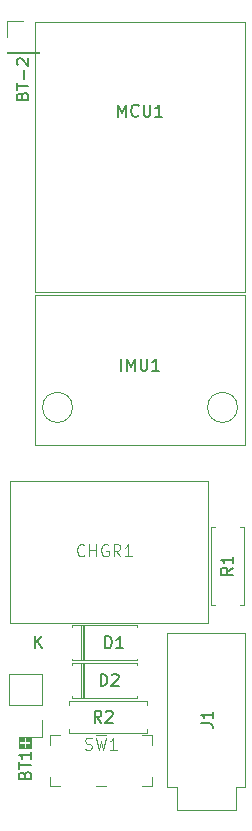
<source format=gto>
G04 #@! TF.GenerationSoftware,KiCad,Pcbnew,9.0.2*
G04 #@! TF.CreationDate,2025-07-09T03:39:24-04:00*
G04 #@! TF.ProjectId,FBT,4642542e-6b69-4636-9164-5f7063625858,rev?*
G04 #@! TF.SameCoordinates,Original*
G04 #@! TF.FileFunction,Legend,Top*
G04 #@! TF.FilePolarity,Positive*
%FSLAX46Y46*%
G04 Gerber Fmt 4.6, Leading zero omitted, Abs format (unit mm)*
G04 Created by KiCad (PCBNEW 9.0.2) date 2025-07-09 03:39:24*
%MOMM*%
%LPD*%
G01*
G04 APERTURE LIST*
%ADD10C,0.125000*%
%ADD11C,0.100000*%
%ADD12C,0.150000*%
%ADD13C,0.120000*%
G04 APERTURE END LIST*
D10*
X97791759Y-92375880D02*
X97744140Y-92423500D01*
X97744140Y-92423500D02*
X97601283Y-92471119D01*
X97601283Y-92471119D02*
X97506045Y-92471119D01*
X97506045Y-92471119D02*
X97363188Y-92423500D01*
X97363188Y-92423500D02*
X97267950Y-92328261D01*
X97267950Y-92328261D02*
X97220331Y-92233023D01*
X97220331Y-92233023D02*
X97172712Y-92042547D01*
X97172712Y-92042547D02*
X97172712Y-91899690D01*
X97172712Y-91899690D02*
X97220331Y-91709214D01*
X97220331Y-91709214D02*
X97267950Y-91613976D01*
X97267950Y-91613976D02*
X97363188Y-91518738D01*
X97363188Y-91518738D02*
X97506045Y-91471119D01*
X97506045Y-91471119D02*
X97601283Y-91471119D01*
X97601283Y-91471119D02*
X97744140Y-91518738D01*
X97744140Y-91518738D02*
X97791759Y-91566357D01*
X98220331Y-92471119D02*
X98220331Y-91471119D01*
X98220331Y-91947309D02*
X98791759Y-91947309D01*
X98791759Y-92471119D02*
X98791759Y-91471119D01*
X99791759Y-91518738D02*
X99696521Y-91471119D01*
X99696521Y-91471119D02*
X99553664Y-91471119D01*
X99553664Y-91471119D02*
X99410807Y-91518738D01*
X99410807Y-91518738D02*
X99315569Y-91613976D01*
X99315569Y-91613976D02*
X99267950Y-91709214D01*
X99267950Y-91709214D02*
X99220331Y-91899690D01*
X99220331Y-91899690D02*
X99220331Y-92042547D01*
X99220331Y-92042547D02*
X99267950Y-92233023D01*
X99267950Y-92233023D02*
X99315569Y-92328261D01*
X99315569Y-92328261D02*
X99410807Y-92423500D01*
X99410807Y-92423500D02*
X99553664Y-92471119D01*
X99553664Y-92471119D02*
X99648902Y-92471119D01*
X99648902Y-92471119D02*
X99791759Y-92423500D01*
X99791759Y-92423500D02*
X99839378Y-92375880D01*
X99839378Y-92375880D02*
X99839378Y-92042547D01*
X99839378Y-92042547D02*
X99648902Y-92042547D01*
X100839378Y-92471119D02*
X100506045Y-91994928D01*
X100267950Y-92471119D02*
X100267950Y-91471119D01*
X100267950Y-91471119D02*
X100648902Y-91471119D01*
X100648902Y-91471119D02*
X100744140Y-91518738D01*
X100744140Y-91518738D02*
X100791759Y-91566357D01*
X100791759Y-91566357D02*
X100839378Y-91661595D01*
X100839378Y-91661595D02*
X100839378Y-91804452D01*
X100839378Y-91804452D02*
X100791759Y-91899690D01*
X100791759Y-91899690D02*
X100744140Y-91947309D01*
X100744140Y-91947309D02*
X100648902Y-91994928D01*
X100648902Y-91994928D02*
X100267950Y-91994928D01*
X101791759Y-92471119D02*
X101220331Y-92471119D01*
X101506045Y-92471119D02*
X101506045Y-91471119D01*
X101506045Y-91471119D02*
X101410807Y-91613976D01*
X101410807Y-91613976D02*
X101315569Y-91709214D01*
X101315569Y-91709214D02*
X101220331Y-91756833D01*
D11*
G36*
X93323094Y-108829724D02*
G01*
X92246579Y-108829724D01*
X92246579Y-108272332D01*
X92357690Y-108272332D01*
X92357690Y-108310600D01*
X92384750Y-108337660D01*
X92403884Y-108341466D01*
X92734836Y-108341466D01*
X92734836Y-108672419D01*
X92738642Y-108691553D01*
X92765702Y-108718613D01*
X92803970Y-108718613D01*
X92831030Y-108691553D01*
X92834836Y-108672419D01*
X92834836Y-108341466D01*
X93165789Y-108341466D01*
X93184923Y-108337660D01*
X93211983Y-108310600D01*
X93211983Y-108272332D01*
X93184923Y-108245272D01*
X93165789Y-108241466D01*
X92834836Y-108241466D01*
X92834836Y-107910514D01*
X92831030Y-107891380D01*
X92803970Y-107864320D01*
X92765702Y-107864320D01*
X92738642Y-107891380D01*
X92734836Y-107910514D01*
X92734836Y-108241466D01*
X92403884Y-108241466D01*
X92384750Y-108245272D01*
X92357690Y-108272332D01*
X92246579Y-108272332D01*
X92246579Y-107753209D01*
X93323094Y-107753209D01*
X93323094Y-108829724D01*
G37*
D12*
X92531009Y-53504761D02*
X92578628Y-53361904D01*
X92578628Y-53361904D02*
X92626247Y-53314285D01*
X92626247Y-53314285D02*
X92721485Y-53266666D01*
X92721485Y-53266666D02*
X92864342Y-53266666D01*
X92864342Y-53266666D02*
X92959580Y-53314285D01*
X92959580Y-53314285D02*
X93007200Y-53361904D01*
X93007200Y-53361904D02*
X93054819Y-53457142D01*
X93054819Y-53457142D02*
X93054819Y-53838094D01*
X93054819Y-53838094D02*
X92054819Y-53838094D01*
X92054819Y-53838094D02*
X92054819Y-53504761D01*
X92054819Y-53504761D02*
X92102438Y-53409523D01*
X92102438Y-53409523D02*
X92150057Y-53361904D01*
X92150057Y-53361904D02*
X92245295Y-53314285D01*
X92245295Y-53314285D02*
X92340533Y-53314285D01*
X92340533Y-53314285D02*
X92435771Y-53361904D01*
X92435771Y-53361904D02*
X92483390Y-53409523D01*
X92483390Y-53409523D02*
X92531009Y-53504761D01*
X92531009Y-53504761D02*
X92531009Y-53838094D01*
X92054819Y-52980951D02*
X92054819Y-52409523D01*
X93054819Y-52695237D02*
X92054819Y-52695237D01*
X92673866Y-52076189D02*
X92673866Y-51314285D01*
X92150057Y-50885713D02*
X92102438Y-50838094D01*
X92102438Y-50838094D02*
X92054819Y-50742856D01*
X92054819Y-50742856D02*
X92054819Y-50504761D01*
X92054819Y-50504761D02*
X92102438Y-50409523D01*
X92102438Y-50409523D02*
X92150057Y-50361904D01*
X92150057Y-50361904D02*
X92245295Y-50314285D01*
X92245295Y-50314285D02*
X92340533Y-50314285D01*
X92340533Y-50314285D02*
X92483390Y-50361904D01*
X92483390Y-50361904D02*
X93054819Y-50933332D01*
X93054819Y-50933332D02*
X93054819Y-50314285D01*
D11*
X97866667Y-108809800D02*
X98009524Y-108857419D01*
X98009524Y-108857419D02*
X98247619Y-108857419D01*
X98247619Y-108857419D02*
X98342857Y-108809800D01*
X98342857Y-108809800D02*
X98390476Y-108762180D01*
X98390476Y-108762180D02*
X98438095Y-108666942D01*
X98438095Y-108666942D02*
X98438095Y-108571704D01*
X98438095Y-108571704D02*
X98390476Y-108476466D01*
X98390476Y-108476466D02*
X98342857Y-108428847D01*
X98342857Y-108428847D02*
X98247619Y-108381228D01*
X98247619Y-108381228D02*
X98057143Y-108333609D01*
X98057143Y-108333609D02*
X97961905Y-108285990D01*
X97961905Y-108285990D02*
X97914286Y-108238371D01*
X97914286Y-108238371D02*
X97866667Y-108143133D01*
X97866667Y-108143133D02*
X97866667Y-108047895D01*
X97866667Y-108047895D02*
X97914286Y-107952657D01*
X97914286Y-107952657D02*
X97961905Y-107905038D01*
X97961905Y-107905038D02*
X98057143Y-107857419D01*
X98057143Y-107857419D02*
X98295238Y-107857419D01*
X98295238Y-107857419D02*
X98438095Y-107905038D01*
X98771429Y-107857419D02*
X99009524Y-108857419D01*
X99009524Y-108857419D02*
X99200000Y-108143133D01*
X99200000Y-108143133D02*
X99390476Y-108857419D01*
X99390476Y-108857419D02*
X99628572Y-107857419D01*
X100533333Y-108857419D02*
X99961905Y-108857419D01*
X100247619Y-108857419D02*
X100247619Y-107857419D01*
X100247619Y-107857419D02*
X100152381Y-108000276D01*
X100152381Y-108000276D02*
X100057143Y-108095514D01*
X100057143Y-108095514D02*
X99961905Y-108143133D01*
D12*
X100928572Y-76754819D02*
X100928572Y-75754819D01*
X101404762Y-76754819D02*
X101404762Y-75754819D01*
X101404762Y-75754819D02*
X101738095Y-76469104D01*
X101738095Y-76469104D02*
X102071428Y-75754819D01*
X102071428Y-75754819D02*
X102071428Y-76754819D01*
X102547619Y-75754819D02*
X102547619Y-76564342D01*
X102547619Y-76564342D02*
X102595238Y-76659580D01*
X102595238Y-76659580D02*
X102642857Y-76707200D01*
X102642857Y-76707200D02*
X102738095Y-76754819D01*
X102738095Y-76754819D02*
X102928571Y-76754819D01*
X102928571Y-76754819D02*
X103023809Y-76707200D01*
X103023809Y-76707200D02*
X103071428Y-76659580D01*
X103071428Y-76659580D02*
X103119047Y-76564342D01*
X103119047Y-76564342D02*
X103119047Y-75754819D01*
X104119047Y-76754819D02*
X103547619Y-76754819D01*
X103833333Y-76754819D02*
X103833333Y-75754819D01*
X103833333Y-75754819D02*
X103738095Y-75897676D01*
X103738095Y-75897676D02*
X103642857Y-75992914D01*
X103642857Y-75992914D02*
X103547619Y-76040533D01*
X107654819Y-106633333D02*
X108369104Y-106633333D01*
X108369104Y-106633333D02*
X108511961Y-106680952D01*
X108511961Y-106680952D02*
X108607200Y-106776190D01*
X108607200Y-106776190D02*
X108654819Y-106919047D01*
X108654819Y-106919047D02*
X108654819Y-107014285D01*
X108654819Y-105633333D02*
X108654819Y-106204761D01*
X108654819Y-105919047D02*
X107654819Y-105919047D01*
X107654819Y-105919047D02*
X107797676Y-106014285D01*
X107797676Y-106014285D02*
X107892914Y-106109523D01*
X107892914Y-106109523D02*
X107940533Y-106204761D01*
X99161905Y-103454819D02*
X99161905Y-102454819D01*
X99161905Y-102454819D02*
X99400000Y-102454819D01*
X99400000Y-102454819D02*
X99542857Y-102502438D01*
X99542857Y-102502438D02*
X99638095Y-102597676D01*
X99638095Y-102597676D02*
X99685714Y-102692914D01*
X99685714Y-102692914D02*
X99733333Y-102883390D01*
X99733333Y-102883390D02*
X99733333Y-103026247D01*
X99733333Y-103026247D02*
X99685714Y-103216723D01*
X99685714Y-103216723D02*
X99638095Y-103311961D01*
X99638095Y-103311961D02*
X99542857Y-103407200D01*
X99542857Y-103407200D02*
X99400000Y-103454819D01*
X99400000Y-103454819D02*
X99161905Y-103454819D01*
X100114286Y-102550057D02*
X100161905Y-102502438D01*
X100161905Y-102502438D02*
X100257143Y-102454819D01*
X100257143Y-102454819D02*
X100495238Y-102454819D01*
X100495238Y-102454819D02*
X100590476Y-102502438D01*
X100590476Y-102502438D02*
X100638095Y-102550057D01*
X100638095Y-102550057D02*
X100685714Y-102645295D01*
X100685714Y-102645295D02*
X100685714Y-102740533D01*
X100685714Y-102740533D02*
X100638095Y-102883390D01*
X100638095Y-102883390D02*
X100066667Y-103454819D01*
X100066667Y-103454819D02*
X100685714Y-103454819D01*
X99233333Y-106554819D02*
X98900000Y-106078628D01*
X98661905Y-106554819D02*
X98661905Y-105554819D01*
X98661905Y-105554819D02*
X99042857Y-105554819D01*
X99042857Y-105554819D02*
X99138095Y-105602438D01*
X99138095Y-105602438D02*
X99185714Y-105650057D01*
X99185714Y-105650057D02*
X99233333Y-105745295D01*
X99233333Y-105745295D02*
X99233333Y-105888152D01*
X99233333Y-105888152D02*
X99185714Y-105983390D01*
X99185714Y-105983390D02*
X99138095Y-106031009D01*
X99138095Y-106031009D02*
X99042857Y-106078628D01*
X99042857Y-106078628D02*
X98661905Y-106078628D01*
X99614286Y-105650057D02*
X99661905Y-105602438D01*
X99661905Y-105602438D02*
X99757143Y-105554819D01*
X99757143Y-105554819D02*
X99995238Y-105554819D01*
X99995238Y-105554819D02*
X100090476Y-105602438D01*
X100090476Y-105602438D02*
X100138095Y-105650057D01*
X100138095Y-105650057D02*
X100185714Y-105745295D01*
X100185714Y-105745295D02*
X100185714Y-105840533D01*
X100185714Y-105840533D02*
X100138095Y-105983390D01*
X100138095Y-105983390D02*
X99566667Y-106554819D01*
X99566667Y-106554819D02*
X100185714Y-106554819D01*
X92731009Y-110985714D02*
X92778628Y-110842857D01*
X92778628Y-110842857D02*
X92826247Y-110795238D01*
X92826247Y-110795238D02*
X92921485Y-110747619D01*
X92921485Y-110747619D02*
X93064342Y-110747619D01*
X93064342Y-110747619D02*
X93159580Y-110795238D01*
X93159580Y-110795238D02*
X93207200Y-110842857D01*
X93207200Y-110842857D02*
X93254819Y-110938095D01*
X93254819Y-110938095D02*
X93254819Y-111319047D01*
X93254819Y-111319047D02*
X92254819Y-111319047D01*
X92254819Y-111319047D02*
X92254819Y-110985714D01*
X92254819Y-110985714D02*
X92302438Y-110890476D01*
X92302438Y-110890476D02*
X92350057Y-110842857D01*
X92350057Y-110842857D02*
X92445295Y-110795238D01*
X92445295Y-110795238D02*
X92540533Y-110795238D01*
X92540533Y-110795238D02*
X92635771Y-110842857D01*
X92635771Y-110842857D02*
X92683390Y-110890476D01*
X92683390Y-110890476D02*
X92731009Y-110985714D01*
X92731009Y-110985714D02*
X92731009Y-111319047D01*
X92254819Y-110461904D02*
X92254819Y-109890476D01*
X93254819Y-110176190D02*
X92254819Y-110176190D01*
X93254819Y-109033333D02*
X93254819Y-109604761D01*
X93254819Y-109319047D02*
X92254819Y-109319047D01*
X92254819Y-109319047D02*
X92397676Y-109414285D01*
X92397676Y-109414285D02*
X92492914Y-109509523D01*
X92492914Y-109509523D02*
X92540533Y-109604761D01*
X99561905Y-100254819D02*
X99561905Y-99254819D01*
X99561905Y-99254819D02*
X99800000Y-99254819D01*
X99800000Y-99254819D02*
X99942857Y-99302438D01*
X99942857Y-99302438D02*
X100038095Y-99397676D01*
X100038095Y-99397676D02*
X100085714Y-99492914D01*
X100085714Y-99492914D02*
X100133333Y-99683390D01*
X100133333Y-99683390D02*
X100133333Y-99826247D01*
X100133333Y-99826247D02*
X100085714Y-100016723D01*
X100085714Y-100016723D02*
X100038095Y-100111961D01*
X100038095Y-100111961D02*
X99942857Y-100207200D01*
X99942857Y-100207200D02*
X99800000Y-100254819D01*
X99800000Y-100254819D02*
X99561905Y-100254819D01*
X101085714Y-100254819D02*
X100514286Y-100254819D01*
X100800000Y-100254819D02*
X100800000Y-99254819D01*
X100800000Y-99254819D02*
X100704762Y-99397676D01*
X100704762Y-99397676D02*
X100609524Y-99492914D01*
X100609524Y-99492914D02*
X100514286Y-99540533D01*
X93638095Y-100254819D02*
X93638095Y-99254819D01*
X94209523Y-100254819D02*
X93780952Y-99683390D01*
X94209523Y-99254819D02*
X93638095Y-99826247D01*
X110354819Y-93466666D02*
X109878628Y-93799999D01*
X110354819Y-94038094D02*
X109354819Y-94038094D01*
X109354819Y-94038094D02*
X109354819Y-93657142D01*
X109354819Y-93657142D02*
X109402438Y-93561904D01*
X109402438Y-93561904D02*
X109450057Y-93514285D01*
X109450057Y-93514285D02*
X109545295Y-93466666D01*
X109545295Y-93466666D02*
X109688152Y-93466666D01*
X109688152Y-93466666D02*
X109783390Y-93514285D01*
X109783390Y-93514285D02*
X109831009Y-93561904D01*
X109831009Y-93561904D02*
X109878628Y-93657142D01*
X109878628Y-93657142D02*
X109878628Y-94038094D01*
X110354819Y-92514285D02*
X110354819Y-93085713D01*
X110354819Y-92799999D02*
X109354819Y-92799999D01*
X109354819Y-92799999D02*
X109497676Y-92895237D01*
X109497676Y-92895237D02*
X109592914Y-92990475D01*
X109592914Y-92990475D02*
X109640533Y-93085713D01*
X100666667Y-55254819D02*
X100666667Y-54254819D01*
X100666667Y-54254819D02*
X101000000Y-54969104D01*
X101000000Y-54969104D02*
X101333333Y-54254819D01*
X101333333Y-54254819D02*
X101333333Y-55254819D01*
X102380952Y-55159580D02*
X102333333Y-55207200D01*
X102333333Y-55207200D02*
X102190476Y-55254819D01*
X102190476Y-55254819D02*
X102095238Y-55254819D01*
X102095238Y-55254819D02*
X101952381Y-55207200D01*
X101952381Y-55207200D02*
X101857143Y-55111961D01*
X101857143Y-55111961D02*
X101809524Y-55016723D01*
X101809524Y-55016723D02*
X101761905Y-54826247D01*
X101761905Y-54826247D02*
X101761905Y-54683390D01*
X101761905Y-54683390D02*
X101809524Y-54492914D01*
X101809524Y-54492914D02*
X101857143Y-54397676D01*
X101857143Y-54397676D02*
X101952381Y-54302438D01*
X101952381Y-54302438D02*
X102095238Y-54254819D01*
X102095238Y-54254819D02*
X102190476Y-54254819D01*
X102190476Y-54254819D02*
X102333333Y-54302438D01*
X102333333Y-54302438D02*
X102380952Y-54350057D01*
X102809524Y-54254819D02*
X102809524Y-55064342D01*
X102809524Y-55064342D02*
X102857143Y-55159580D01*
X102857143Y-55159580D02*
X102904762Y-55207200D01*
X102904762Y-55207200D02*
X103000000Y-55254819D01*
X103000000Y-55254819D02*
X103190476Y-55254819D01*
X103190476Y-55254819D02*
X103285714Y-55207200D01*
X103285714Y-55207200D02*
X103333333Y-55159580D01*
X103333333Y-55159580D02*
X103380952Y-55064342D01*
X103380952Y-55064342D02*
X103380952Y-54254819D01*
X104380952Y-55254819D02*
X103809524Y-55254819D01*
X104095238Y-55254819D02*
X104095238Y-54254819D01*
X104095238Y-54254819D02*
X104000000Y-54397676D01*
X104000000Y-54397676D02*
X103904762Y-54492914D01*
X103904762Y-54492914D02*
X103809524Y-54540533D01*
D13*
X91220000Y-47120000D02*
X92600000Y-47120000D01*
X91220000Y-48500000D02*
X91220000Y-47120000D01*
X91220000Y-49770000D02*
X91220000Y-49880000D01*
X91220000Y-49770000D02*
X93980000Y-49770000D01*
X91220000Y-49880000D02*
X93980000Y-49880000D01*
X93980000Y-49770000D02*
X93980000Y-49880000D01*
D11*
X94900000Y-107650000D02*
X94900000Y-108450000D01*
X94900000Y-107650000D02*
X95700000Y-107650000D01*
X94900000Y-111950000D02*
X94900000Y-111150000D01*
X94900000Y-111950000D02*
X95700000Y-111950000D01*
X98800000Y-107650000D02*
X99600000Y-107650000D01*
X99600000Y-111950000D02*
X98800000Y-111950000D01*
X103500000Y-107650000D02*
X102700000Y-107650000D01*
X103500000Y-107650000D02*
X103500000Y-108450000D01*
X103500000Y-111950000D02*
X102700000Y-111950000D01*
X103500000Y-111950000D02*
X103500000Y-111150000D01*
D13*
X111390000Y-70350000D02*
X93610000Y-70350000D01*
X93610000Y-83050000D01*
X111390000Y-83050000D01*
X111390000Y-70350000D01*
X96785000Y-79875000D02*
G75*
G02*
X94245000Y-79875000I-1270000J0D01*
G01*
X94245000Y-79875000D02*
G75*
G02*
X96785000Y-79875000I1270000J0D01*
G01*
X110755000Y-79875000D02*
G75*
G02*
X108215000Y-79875000I-1270000J0D01*
G01*
X108215000Y-79875000D02*
G75*
G02*
X110755000Y-79875000I1270000J0D01*
G01*
X104800000Y-99005000D02*
X111400000Y-99005000D01*
X104800000Y-112005000D02*
X104800000Y-99005000D01*
X105600000Y-112005000D02*
X104800000Y-112005000D01*
X105600000Y-114005000D02*
X105600000Y-112005000D01*
X105900000Y-114005000D02*
X105600000Y-114005000D01*
X105900000Y-114005000D02*
X110600000Y-114005000D01*
X110600000Y-112005000D02*
X111400000Y-112005000D01*
X110600000Y-114005000D02*
X110600000Y-112005000D01*
X111400000Y-112005000D02*
X111400000Y-99005000D01*
X96770000Y-101530000D02*
X102210000Y-101530000D01*
X96770000Y-101660000D02*
X96770000Y-101530000D01*
X96770000Y-104340000D02*
X96770000Y-104470000D01*
X96770000Y-104470000D02*
X102210000Y-104470000D01*
X97550000Y-101530000D02*
X97550000Y-104470000D01*
X97670000Y-101530000D02*
X97670000Y-104470000D01*
X97790000Y-101530000D02*
X97790000Y-104470000D01*
X102210000Y-101530000D02*
X102210000Y-101660000D01*
X102210000Y-104470000D02*
X102210000Y-104340000D01*
X96520000Y-104730000D02*
X96520000Y-105060000D01*
X96520000Y-107470000D02*
X96520000Y-107140000D01*
X103060000Y-104730000D02*
X96520000Y-104730000D01*
X103060000Y-105060000D02*
X103060000Y-104730000D01*
X103060000Y-107140000D02*
X103060000Y-107470000D01*
X103060000Y-107470000D02*
X96520000Y-107470000D01*
D11*
X91500000Y-86100000D02*
X108300000Y-86100000D01*
X108300000Y-98100000D01*
X91500000Y-98100000D01*
X91500000Y-86100000D01*
D13*
X91420000Y-105105000D02*
X91420000Y-102455000D01*
X94180000Y-102455000D02*
X91420000Y-102455000D01*
X94180000Y-105105000D02*
X91420000Y-105105000D01*
X94180000Y-105105000D02*
X94180000Y-102455000D01*
X94180000Y-106375000D02*
X94180000Y-107755000D01*
X94180000Y-107755000D02*
X92800000Y-107755000D01*
X96770000Y-98330000D02*
X102210000Y-98330000D01*
X96770000Y-98460000D02*
X96770000Y-98330000D01*
X96770000Y-101140000D02*
X96770000Y-101270000D01*
X96770000Y-101270000D02*
X102210000Y-101270000D01*
X97550000Y-98330000D02*
X97550000Y-101270000D01*
X97670000Y-98330000D02*
X97670000Y-101270000D01*
X97790000Y-98330000D02*
X97790000Y-101270000D01*
X102210000Y-98330000D02*
X102210000Y-98460000D01*
X102210000Y-101270000D02*
X102210000Y-101140000D01*
X108530000Y-90030000D02*
X108860000Y-90030000D01*
X108530000Y-96570000D02*
X108530000Y-90030000D01*
X108860000Y-96570000D02*
X108530000Y-96570000D01*
X110940000Y-96570000D02*
X111270000Y-96570000D01*
X111270000Y-90030000D02*
X110940000Y-90030000D01*
X111270000Y-96570000D02*
X111270000Y-90030000D01*
X93610000Y-47240000D02*
X111390000Y-47240000D01*
X111390000Y-70100000D01*
X93610000Y-70100000D01*
X93610000Y-47240000D01*
M02*

</source>
